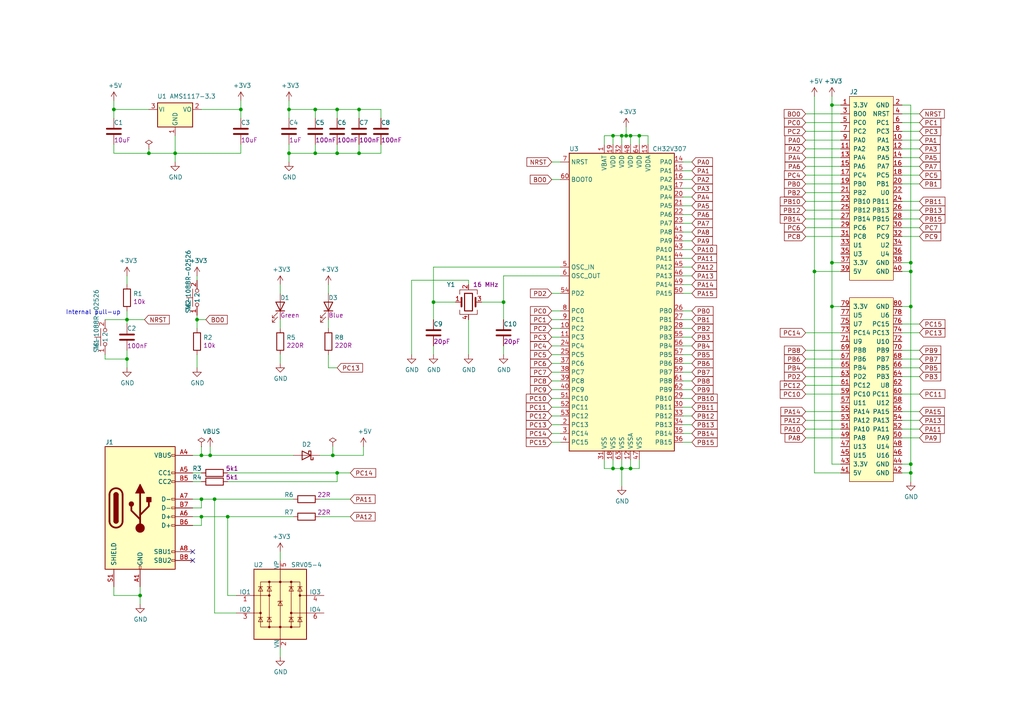
<source format=kicad_sch>
(kicad_sch (version 20211123) (generator eeschema)
  (paper "A4")
  (title_block (title "${TITLE}") (rev "${REVISION}") (company "${COMPANY}") (comment 1 "${AUTHOR}") (comment 2 "${AUTHOR_EMAIL}") (comment 3 "${URL}"))
  (junction (at 104.14 31.75))
  (junction (at 33.02 31.75))
  (junction (at 264.16 76.2))
  (junction (at 125.73 87.63))
  (junction (at 264.16 88.9))
  (junction (at 241.3 88.9))
  (junction (at 43.18 44.45))
  (junction (at 264.16 78.74))
  (junction (at 62.23 144.78))
  (junction (at 97.79 44.45))
  (junction (at 236.22 78.74))
  (junction (at 91.44 31.75))
  (junction (at 264.16 134.62))
  (junction (at 177.8 39.37))
  (junction (at 57.15 92.71))
  (junction (at 97.79 31.75))
  (junction (at 96.52 132.08))
  (junction (at 69.85 31.75))
  (junction (at 50.8 44.45))
  (junction (at 36.83 92.71))
  (junction (at 241.3 30.48))
  (junction (at 97.79 137.16))
  (junction (at 58.42 144.78))
  (junction (at 91.44 44.45))
  (junction (at 182.88 135.89))
  (junction (at 66.04 149.86))
  (junction (at 60.96 132.08))
  (junction (at 58.42 149.86))
  (junction (at 40.64 172.72))
  (junction (at 83.82 44.45))
  (junction (at 36.83 104.14))
  (junction (at 83.82 31.75))
  (junction (at 241.3 76.2))
  (junction (at 180.34 135.89))
  (junction (at 177.8 135.89))
  (junction (at 181.61 39.37))
  (junction (at 180.34 39.37))
  (junction (at 264.16 137.16))
  (junction (at 182.88 39.37))
  (junction (at 185.42 39.37))
  (junction (at 146.05 87.63))
  (junction (at 104.14 44.45))
  (junction (at 58.42 132.08))
  (no_connect (at 55.88 162.56))
  (no_connect (at 55.88 160.02))
  (wire (pts (xy 233.68 38.1) (xy 243.84 38.1)))
  (wire (pts (xy 198.12 92.71) (xy 200.66 92.71)))
  (wire (pts (xy 36.83 92.71) (xy 36.83 93.98)))
  (wire (pts (xy 181.61 39.37) (xy 182.88 39.37)))
  (wire (pts (xy 200.66 52.07) (xy 198.12 52.07)))
  (wire (pts (xy 83.82 41.91) (xy 83.82 44.45)))
  (wire (pts (xy 162.56 120.65) (xy 160.02 120.65)))
  (wire (pts (xy 261.62 40.64) (xy 266.7 40.64)))
  (wire (pts (xy 83.82 46.99) (xy 83.82 44.45)))
  (wire (pts (xy 261.62 78.74) (xy 264.16 78.74)))
  (wire (pts (xy 139.7 87.63) (xy 146.05 87.63)))
  (wire (pts (xy 33.02 170.18) (xy 33.02 172.72)))
  (wire (pts (xy 233.68 48.26) (xy 243.84 48.26)))
  (wire (pts (xy 198.12 64.77) (xy 200.66 64.77)))
  (wire (pts (xy 40.64 170.18) (xy 40.64 172.72)))
  (wire (pts (xy 185.42 133.35) (xy 185.42 135.89)))
  (wire (pts (xy 95.25 102.87) (xy 95.25 106.68)))
  (wire (pts (xy 266.7 124.46) (xy 261.62 124.46)))
  (wire (pts (xy 266.7 48.26) (xy 261.62 48.26)))
  (wire (pts (xy 96.52 129.54) (xy 96.52 132.08)))
  (wire (pts (xy 233.68 43.18) (xy 243.84 43.18)))
  (wire (pts (xy 236.22 78.74) (xy 243.84 78.74)))
  (wire (pts (xy 95.25 92.71) (xy 95.25 95.25)))
  (wire (pts (xy 36.83 106.68) (xy 36.83 104.14)))
  (wire (pts (xy 198.12 113.03) (xy 200.66 113.03)))
  (wire (pts (xy 185.42 135.89) (xy 182.88 135.89)))
  (wire (pts (xy 243.84 127) (xy 233.68 127)))
  (wire (pts (xy 233.68 111.76) (xy 243.84 111.76)))
  (wire (pts (xy 266.7 38.1) (xy 261.62 38.1)))
  (wire (pts (xy 160.02 123.19) (xy 162.56 123.19)))
  (wire (pts (xy 233.68 68.58) (xy 243.84 68.58)))
  (wire (pts (xy 135.89 92.71) (xy 135.89 102.87)))
  (wire (pts (xy 69.85 31.75) (xy 69.85 29.21)))
  (wire (pts (xy 200.66 90.17) (xy 198.12 90.17)))
  (wire (pts (xy 58.42 132.08) (xy 60.96 132.08)))
  (wire (pts (xy 261.62 63.5) (xy 266.7 63.5)))
  (wire (pts (xy 110.49 41.91) (xy 110.49 44.45)))
  (wire (pts (xy 58.42 149.86) (xy 66.04 149.86)))
  (wire (pts (xy 162.56 110.49) (xy 160.02 110.49)))
  (wire (pts (xy 160.02 113.03) (xy 162.56 113.03)))
  (wire (pts (xy 30.48 102.87) (xy 30.48 104.14)))
  (wire (pts (xy 43.18 44.45) (xy 50.8 44.45)))
  (wire (pts (xy 68.58 172.72) (xy 66.04 172.72)))
  (wire (pts (xy 180.34 39.37) (xy 181.61 39.37)))
  (wire (pts (xy 33.02 31.75) (xy 33.02 34.29)))
  (wire (pts (xy 233.68 40.64) (xy 243.84 40.64)))
  (wire (pts (xy 91.44 31.75) (xy 91.44 34.29)))
  (wire (pts (xy 180.34 133.35) (xy 180.34 135.89)))
  (wire (pts (xy 200.66 77.47) (xy 198.12 77.47)))
  (wire (pts (xy 160.02 118.11) (xy 162.56 118.11)))
  (wire (pts (xy 60.96 129.54) (xy 60.96 132.08)))
  (wire (pts (xy 236.22 27.94) (xy 236.22 78.74)))
  (wire (pts (xy 261.62 33.02) (xy 266.7 33.02)))
  (wire (pts (xy 198.12 54.61) (xy 200.66 54.61)))
  (wire (pts (xy 160.02 52.07) (xy 162.56 52.07)))
  (wire (pts (xy 66.04 137.16) (xy 97.79 137.16)))
  (wire (pts (xy 175.26 39.37) (xy 177.8 39.37)))
  (wire (pts (xy 125.73 100.33) (xy 125.73 102.87)))
  (wire (pts (xy 198.12 128.27) (xy 200.66 128.27)))
  (wire (pts (xy 198.12 123.19) (xy 200.66 123.19)))
  (wire (pts (xy 261.62 35.56) (xy 266.7 35.56)))
  (wire (pts (xy 97.79 44.45) (xy 91.44 44.45)))
  (wire (pts (xy 198.12 97.79) (xy 200.66 97.79)))
  (wire (pts (xy 233.68 35.56) (xy 243.84 35.56)))
  (wire (pts (xy 91.44 44.45) (xy 91.44 41.91)))
  (wire (pts (xy 266.7 106.68) (xy 261.62 106.68)))
  (wire (pts (xy 177.8 39.37) (xy 180.34 39.37)))
  (wire (pts (xy 266.7 121.92) (xy 261.62 121.92)))
  (wire (pts (xy 175.26 41.91) (xy 175.26 39.37)))
  (wire (pts (xy 50.8 39.37) (xy 50.8 44.45)))
  (wire (pts (xy 233.68 55.88) (xy 243.84 55.88)))
  (wire (pts (xy 104.14 31.75) (xy 97.79 31.75)))
  (wire (pts (xy 160.02 107.95) (xy 162.56 107.95)))
  (wire (pts (xy 236.22 137.16) (xy 243.84 137.16)))
  (wire (pts (xy 81.28 95.25) (xy 81.28 92.71)))
  (wire (pts (xy 243.84 104.14) (xy 233.68 104.14)))
  (wire (pts (xy 81.28 190.5) (xy 81.28 187.96)))
  (wire (pts (xy 243.84 76.2) (xy 241.3 76.2)))
  (wire (pts (xy 33.02 31.75) (xy 43.18 31.75)))
  (wire (pts (xy 241.3 76.2) (xy 241.3 88.9)))
  (wire (pts (xy 58.42 129.54) (xy 58.42 132.08)))
  (wire (pts (xy 57.15 92.71) (xy 57.15 95.25)))
  (wire (pts (xy 243.84 134.62) (xy 241.3 134.62)))
  (wire (pts (xy 33.02 172.72) (xy 40.64 172.72)))
  (wire (pts (xy 200.66 95.25) (xy 198.12 95.25)))
  (wire (pts (xy 162.56 105.41) (xy 160.02 105.41)))
  (wire (pts (xy 264.16 134.62) (xy 261.62 134.62)))
  (wire (pts (xy 83.82 44.45) (xy 91.44 44.45)))
  (wire (pts (xy 83.82 31.75) (xy 83.82 29.21)))
  (wire (pts (xy 261.62 45.72) (xy 266.7 45.72)))
  (wire (pts (xy 92.71 132.08) (xy 96.52 132.08)))
  (wire (pts (xy 58.42 139.7) (xy 55.88 139.7)))
  (wire (pts (xy 233.68 96.52) (xy 243.84 96.52)))
  (wire (pts (xy 110.49 44.45) (xy 104.14 44.45)))
  (wire (pts (xy 200.66 62.23) (xy 198.12 62.23)))
  (wire (pts (xy 261.62 58.42) (xy 266.7 58.42)))
  (wire (pts (xy 33.02 41.91) (xy 33.02 44.45)))
  (wire (pts (xy 66.04 172.72) (xy 66.04 149.86)))
  (wire (pts (xy 241.3 30.48) (xy 243.84 30.48)))
  (wire (pts (xy 162.56 115.57) (xy 160.02 115.57)))
  (wire (pts (xy 200.66 57.15) (xy 198.12 57.15)))
  (wire (pts (xy 261.62 104.14) (xy 266.7 104.14)))
  (wire (pts (xy 146.05 87.63) (xy 146.05 92.71)))
  (wire (pts (xy 55.88 132.08) (xy 58.42 132.08)))
  (wire (pts (xy 187.96 39.37) (xy 187.96 41.91)))
  (wire (pts (xy 233.68 124.46) (xy 243.84 124.46)))
  (wire (pts (xy 105.41 132.08) (xy 105.41 129.54)))
  (wire (pts (xy 182.88 41.91) (xy 182.88 39.37)))
  (wire (pts (xy 146.05 100.33) (xy 146.05 102.87)))
  (wire (pts (xy 200.66 125.73) (xy 198.12 125.73)))
  (wire (pts (xy 95.25 82.55) (xy 95.25 85.09)))
  (wire (pts (xy 175.26 133.35) (xy 175.26 135.89)))
  (wire (pts (xy 119.38 81.28) (xy 119.38 102.87)))
  (wire (pts (xy 57.15 102.87) (xy 57.15 106.68)))
  (wire (pts (xy 233.68 53.34) (xy 243.84 53.34)))
  (wire (pts (xy 104.14 44.45) (xy 97.79 44.45)))
  (wire (pts (xy 62.23 177.8) (xy 62.23 144.78)))
  (wire (pts (xy 180.34 135.89) (xy 180.34 140.97)))
  (wire (pts (xy 233.68 119.38) (xy 243.84 119.38)))
  (wire (pts (xy 264.16 137.16) (xy 261.62 137.16)))
  (wire (pts (xy 200.66 105.41) (xy 198.12 105.41)))
  (wire (pts (xy 233.68 63.5) (xy 243.84 63.5)))
  (wire (pts (xy 264.16 76.2) (xy 264.16 78.74)))
  (wire (pts (xy 264.16 139.7) (xy 264.16 137.16)))
  (wire (pts (xy 182.88 135.89) (xy 180.34 135.89)))
  (wire (pts (xy 198.12 102.87) (xy 200.66 102.87)))
  (wire (pts (xy 101.6 144.78) (xy 92.71 144.78)))
  (wire (pts (xy 125.73 87.63) (xy 125.73 92.71)))
  (wire (pts (xy 200.66 67.31) (xy 198.12 67.31)))
  (wire (pts (xy 266.7 101.6) (xy 261.62 101.6)))
  (wire (pts (xy 97.79 137.16) (xy 101.6 137.16)))
  (wire (pts (xy 261.62 93.98) (xy 266.7 93.98)))
  (wire (pts (xy 264.16 78.74) (xy 264.16 88.9)))
  (wire (pts (xy 266.7 53.34) (xy 261.62 53.34)))
  (wire (pts (xy 66.04 139.7) (xy 97.79 139.7)))
  (wire (pts (xy 241.3 134.62) (xy 241.3 88.9)))
  (wire (pts (xy 58.42 144.78) (xy 62.23 144.78)))
  (wire (pts (xy 50.8 46.99) (xy 50.8 44.45)))
  (wire (pts (xy 58.42 152.4) (xy 58.42 149.86)))
  (wire (pts (xy 177.8 135.89) (xy 180.34 135.89)))
  (wire (pts (xy 60.96 132.08) (xy 85.09 132.08)))
  (wire (pts (xy 83.82 31.75) (xy 83.82 34.29)))
  (wire (pts (xy 198.12 49.53) (xy 200.66 49.53)))
  (wire (pts (xy 261.62 50.8) (xy 266.7 50.8)))
  (wire (pts (xy 132.08 87.63) (xy 125.73 87.63)))
  (wire (pts (xy 264.16 137.16) (xy 264.16 134.62)))
  (wire (pts (xy 33.02 31.75) (xy 33.02 29.21)))
  (wire (pts (xy 233.68 50.8) (xy 243.84 50.8)))
  (wire (pts (xy 233.68 101.6) (xy 243.84 101.6)))
  (wire (pts (xy 104.14 31.75) (xy 104.14 34.29)))
  (wire (pts (xy 261.62 76.2) (xy 264.16 76.2)))
  (wire (pts (xy 97.79 34.29) (xy 97.79 31.75)))
  (wire (pts (xy 233.68 66.04) (xy 243.84 66.04)))
  (wire (pts (xy 101.6 149.86) (xy 92.71 149.86)))
  (wire (pts (xy 198.12 69.85) (xy 200.66 69.85)))
  (wire (pts (xy 185.42 39.37) (xy 187.96 39.37)))
  (wire (pts (xy 36.83 80.01) (xy 36.83 82.55)))
  (wire (pts (xy 160.02 46.99) (xy 162.56 46.99)))
  (wire (pts (xy 125.73 77.47) (xy 125.73 87.63)))
  (wire (pts (xy 182.88 133.35) (xy 182.88 135.89)))
  (wire (pts (xy 264.16 30.48) (xy 264.16 76.2)))
  (wire (pts (xy 175.26 135.89) (xy 177.8 135.89)))
  (wire (pts (xy 135.89 82.55) (xy 135.89 81.28)))
  (wire (pts (xy 266.7 96.52) (xy 261.62 96.52)))
  (wire (pts (xy 160.02 97.79) (xy 162.56 97.79)))
  (wire (pts (xy 58.42 147.32) (xy 58.42 144.78)))
  (wire (pts (xy 125.73 77.47) (xy 162.56 77.47)))
  (wire (pts (xy 43.18 43.18) (xy 43.18 44.45)))
  (wire (pts (xy 261.62 30.48) (xy 264.16 30.48)))
  (wire (pts (xy 200.66 100.33) (xy 198.12 100.33)))
  (wire (pts (xy 110.49 34.29) (xy 110.49 31.75)))
  (wire (pts (xy 200.66 115.57) (xy 198.12 115.57)))
  (wire (pts (xy 30.48 104.14) (xy 36.83 104.14)))
  (wire (pts (xy 200.66 110.49) (xy 198.12 110.49)))
  (wire (pts (xy 55.88 152.4) (xy 58.42 152.4)))
  (wire (pts (xy 146.05 80.01) (xy 162.56 80.01)))
  (wire (pts (xy 162.56 100.33) (xy 160.02 100.33)))
  (wire (pts (xy 198.12 80.01) (xy 200.66 80.01)))
  (wire (pts (xy 200.66 72.39) (xy 198.12 72.39)))
  (wire (pts (xy 200.66 120.65) (xy 198.12 120.65)))
  (wire (pts (xy 200.66 46.99) (xy 198.12 46.99)))
  (wire (pts (xy 69.85 41.91) (xy 69.85 44.45)))
  (wire (pts (xy 160.02 92.71) (xy 162.56 92.71)))
  (wire (pts (xy 198.12 74.93) (xy 200.66 74.93)))
  (wire (pts (xy 264.16 88.9) (xy 261.62 88.9)))
  (wire (pts (xy 266.7 60.96) (xy 261.62 60.96)))
  (wire (pts (xy 160.02 128.27) (xy 162.56 128.27)))
  (wire (pts (xy 198.12 118.11) (xy 200.66 118.11)))
  (wire (pts (xy 62.23 144.78) (xy 85.09 144.78)))
  (wire (pts (xy 233.68 58.42) (xy 243.84 58.42)))
  (wire (pts (xy 233.68 45.72) (xy 243.84 45.72)))
  (wire (pts (xy 241.3 30.48) (xy 241.3 76.2)))
  (wire (pts (xy 69.85 31.75) (xy 69.85 34.29)))
  (wire (pts (xy 266.7 114.3) (xy 261.62 114.3)))
  (wire (pts (xy 236.22 78.74) (xy 236.22 137.16)))
  (wire (pts (xy 58.42 31.75) (xy 69.85 31.75)))
  (wire (pts (xy 40.64 172.72) (xy 40.64 175.26)))
  (wire (pts (xy 177.8 133.35) (xy 177.8 135.89)))
  (wire (pts (xy 160.02 102.87) (xy 162.56 102.87)))
  (wire (pts (xy 36.83 90.17) (xy 36.83 92.71)))
  (wire (pts (xy 97.79 41.91) (xy 97.79 44.45)))
  (wire (pts (xy 243.84 121.92) (xy 233.68 121.92)))
  (wire (pts (xy 97.79 31.75) (xy 91.44 31.75)))
  (wire (pts (xy 55.88 137.16) (xy 58.42 137.16)))
  (wire (pts (xy 266.7 66.04) (xy 261.62 66.04)))
  (wire (pts (xy 198.12 85.09) (xy 200.66 85.09)))
  (wire (pts (xy 57.15 91.44) (xy 57.15 92.71)))
  (wire (pts (xy 185.42 41.91) (xy 185.42 39.37)))
  (wire (pts (xy 36.83 104.14) (xy 36.83 101.6)))
  (wire (pts (xy 261.62 68.58) (xy 266.7 68.58)))
  (wire (pts (xy 233.68 60.96) (xy 243.84 60.96)))
  (wire (pts (xy 162.56 125.73) (xy 160.02 125.73)))
  (wire (pts (xy 233.68 33.02) (xy 243.84 33.02)))
  (wire (pts (xy 261.62 127) (xy 266.7 127)))
  (wire (pts (xy 30.48 92.71) (xy 36.83 92.71)))
  (wire (pts (xy 162.56 90.17) (xy 160.02 90.17)))
  (wire (pts (xy 162.56 95.25) (xy 160.02 95.25)))
  (wire (pts (xy 83.82 31.75) (xy 91.44 31.75)))
  (wire (pts (xy 81.28 85.09) (xy 81.28 82.55)))
  (wire (pts (xy 81.28 105.41) (xy 81.28 102.87)))
  (wire (pts (xy 68.58 177.8) (xy 62.23 177.8)))
  (wire (pts (xy 243.84 109.22) (xy 233.68 109.22)))
  (wire (pts (xy 95.25 106.68) (xy 97.79 106.68)))
  (wire (pts (xy 135.89 81.28) (xy 119.38 81.28)))
  (wire (pts (xy 81.28 160.02) (xy 81.28 162.56)))
  (wire (pts (xy 96.52 132.08) (xy 105.41 132.08)))
  (wire (pts (xy 110.49 31.75) (xy 104.14 31.75)))
  (wire (pts (xy 264.16 88.9) (xy 264.16 134.62)))
  (wire (pts (xy 55.88 147.32) (xy 58.42 147.32)))
  (wire (pts (xy 57.15 80.01) (xy 57.15 81.28)))
  (wire (pts (xy 160.02 85.09) (xy 162.56 85.09)))
  (wire (pts (xy 181.61 36.83) (xy 181.61 39.37)))
  (wire (pts (xy 241.3 27.94) (xy 241.3 30.48)))
  (wire (pts (xy 177.8 41.91) (xy 177.8 39.37)))
  (wire (pts (xy 198.12 59.69) (xy 200.66 59.69)))
  (wire (pts (xy 66.04 149.86) (xy 85.09 149.86)))
  (wire (pts (xy 243.84 114.3) (xy 233.68 114.3)))
  (wire (pts (xy 266.7 109.22) (xy 261.62 109.22)))
  (wire (pts (xy 241.3 88.9) (xy 243.84 88.9)))
  (wire (pts (xy 33.02 44.45) (xy 43.18 44.45)))
  (wire (pts (xy 59.69 92.71) (xy 57.15 92.71)))
  (wire (pts (xy 55.88 144.78) (xy 58.42 144.78)))
  (wire (pts (xy 41.91 92.71) (xy 36.83 92.71)))
  (wire (pts (xy 198.12 107.95) (xy 200.66 107.95)))
  (wire (pts (xy 97.79 139.7) (xy 97.79 137.16)))
  (wire (pts (xy 266.7 119.38) (xy 261.62 119.38)))
  (wire (pts (xy 104.14 44.45) (xy 104.14 41.91)))
  (wire (pts (xy 146.05 80.01) (xy 146.05 87.63)))
  (wire (pts (xy 266.7 43.18) (xy 261.62 43.18)))
  (wire (pts (xy 50.8 44.45) (xy 69.85 44.45)))
  (wire (pts (xy 233.68 106.68) (xy 243.84 106.68)))
  (wire (pts (xy 200.66 82.55) (xy 198.12 82.55)))
  (wire (pts (xy 182.88 39.37) (xy 185.42 39.37)))
  (wire (pts (xy 180.34 41.91) (xy 180.34 39.37)))
  (wire (pts (xy 58.42 149.86) (xy 55.88 149.86)))
  (text "Internal pull-up" (at 19.05 91.44 0) (effects (font (size 1.27 1.27)) (justify left bottom)))
  (global_label "PA15" (shape input) (at 266.7 119.38 0) (property "Intersheet References" "${INTERSHEET_REFS}" (effects hide)))
  (global_label "NRST" (shape input) (at 41.91 92.71 0) (property "Intersheet References" "${INTERSHEET_REFS}" (effects hide)))
  (global_label "BO0" (shape input) (at 160.02 52.07 180) (property "Intersheet References" "${INTERSHEET_REFS}" (effects hide)))
  (global_label "PA10" (shape input) (at 200.66 72.39 0) (property "Intersheet References" "${INTERSHEET_REFS}" (effects hide)))
  (global_label "PC8" (shape input) (at 233.68 68.58 180) (property "Intersheet References" "${INTERSHEET_REFS}" (effects hide)))
  (global_label "PB11" (shape input) (at 200.66 118.11 0) (property "Intersheet References" "${INTERSHEET_REFS}" (effects hide)))
  (global_label "PA7" (shape input) (at 266.7 48.26 0) (property "Intersheet References" "${INTERSHEET_REFS}" (effects hide)))
  (global_label "PB14" (shape input) (at 200.66 125.73 0) (property "Intersheet References" "${INTERSHEET_REFS}" (effects hide)))
  (global_label "PB4" (shape input) (at 233.68 106.68 180) (property "Intersheet References" "${INTERSHEET_REFS}" (effects hide)))
  (global_label "PC6" (shape input) (at 160.02 105.41 180) (property "Intersheet References" "${INTERSHEET_REFS}" (effects hide)))
  (global_label "PB9" (shape input) (at 200.66 113.03 0) (property "Intersheet References" "${INTERSHEET_REFS}" (effects hide)))
  (global_label "PC13" (shape input) (at 160.02 123.19 180) (property "Intersheet References" "${INTERSHEET_REFS}" (effects hide)))
  (global_label "PA14" (shape input) (at 233.68 119.38 180) (property "Intersheet References" "${INTERSHEET_REFS}" (effects hide)))
  (global_label "PC8" (shape input) (at 160.02 110.49 180) (property "Intersheet References" "${INTERSHEET_REFS}" (effects hide)))
  (global_label "PA2" (shape input) (at 233.68 43.18 180) (property "Intersheet References" "${INTERSHEET_REFS}" (effects hide)))
  (global_label "PC1" (shape input) (at 266.7 35.56 0) (property "Intersheet References" "${INTERSHEET_REFS}" (effects hide)))
  (global_label "PC11" (shape input) (at 266.7 114.3 0) (property "Intersheet References" "${INTERSHEET_REFS}" (effects hide)))
  (global_label "PB3" (shape input) (at 200.66 97.79 0) (property "Intersheet References" "${INTERSHEET_REFS}" (effects hide)))
  (global_label "PB8" (shape input) (at 200.66 110.49 0) (property "Intersheet References" "${INTERSHEET_REFS}" (effects hide)))
  (global_label "PA8" (shape input) (at 233.68 127 180) (property "Intersheet References" "${INTERSHEET_REFS}" (effects hide)))
  (global_label "PC12" (shape input) (at 160.02 120.65 180) (property "Intersheet References" "${INTERSHEET_REFS}" (effects hide)))
  (global_label "PA13" (shape input) (at 266.7 121.92 0) (property "Intersheet References" "${INTERSHEET_REFS}" (effects hide)))
  (global_label "PB3" (shape input) (at 266.7 109.22 0) (property "Intersheet References" "${INTERSHEET_REFS}" (effects hide)))
  (global_label "PC15" (shape input) (at 160.02 128.27 180) (property "Intersheet References" "${INTERSHEET_REFS}" (effects hide)))
  (global_label "PC9" (shape input) (at 160.02 113.03 180) (property "Intersheet References" "${INTERSHEET_REFS}" (effects hide)))
  (global_label "PC14" (shape input) (at 233.68 96.52 180) (property "Intersheet References" "${INTERSHEET_REFS}" (effects hide)))
  (global_label "PB13" (shape input) (at 266.7 60.96 0) (property "Intersheet References" "${INTERSHEET_REFS}" (effects hide)))
  (global_label "PC14" (shape input) (at 101.6 137.16 0) (property "Intersheet References" "${INTERSHEET_REFS}" (effects hide)))
  (global_label "PB7" (shape input) (at 266.7 104.14 0) (property "Intersheet References" "${INTERSHEET_REFS}" (effects hide)))
  (global_label "PB10" (shape input) (at 233.68 58.42 180) (property "Intersheet References" "${INTERSHEET_REFS}" (effects hide)))
  (global_label "PA9" (shape input) (at 266.7 127 0) (property "Intersheet References" "${INTERSHEET_REFS}" (effects hide)))
  (global_label "PB5" (shape input) (at 200.66 102.87 0) (property "Intersheet References" "${INTERSHEET_REFS}" (effects hide)))
  (global_label "PA0" (shape input) (at 200.66 46.99 0) (property "Intersheet References" "${INTERSHEET_REFS}" (effects hide)))
  (global_label "PA7" (shape input) (at 200.66 64.77 0) (property "Intersheet References" "${INTERSHEET_REFS}" (effects hide)))
  (global_label "PA11" (shape input) (at 200.66 74.93 0) (property "Intersheet References" "${INTERSHEET_REFS}" (effects hide)))
  (global_label "PA3" (shape input) (at 200.66 54.61 0) (property "Intersheet References" "${INTERSHEET_REFS}" (effects hide)))
  (global_label "PA9" (shape input) (at 200.66 69.85 0) (property "Intersheet References" "${INTERSHEET_REFS}" (effects hide)))
  (global_label "PB2" (shape input) (at 200.66 95.25 0) (property "Intersheet References" "${INTERSHEET_REFS}" (effects hide)))
  (global_label "PA4" (shape input) (at 200.66 57.15 0) (property "Intersheet References" "${INTERSHEET_REFS}" (effects hide)))
  (global_label "PB9" (shape input) (at 266.7 101.6 0) (property "Intersheet References" "${INTERSHEET_REFS}" (effects hide)))
  (global_label "PC7" (shape input) (at 266.7 66.04 0) (property "Intersheet References" "${INTERSHEET_REFS}" (effects hide)))
  (global_label "PC5" (shape input) (at 160.02 102.87 180) (property "Intersheet References" "${INTERSHEET_REFS}" (effects hide)))
  (global_label "PA15" (shape input) (at 200.66 85.09 0) (property "Intersheet References" "${INTERSHEET_REFS}" (effects hide)))
  (global_label "PA0" (shape input) (at 233.68 40.64 180) (property "Intersheet References" "${INTERSHEET_REFS}" (effects hide)))
  (global_label "PC9" (shape input) (at 266.7 68.58 0) (property "Intersheet References" "${INTERSHEET_REFS}" (effects hide)))
  (global_label "PC15" (shape input) (at 266.7 93.98 0) (property "Intersheet References" "${INTERSHEET_REFS}" (effects hide)))
  (global_label "PA3" (shape input) (at 266.7 43.18 0) (property "Intersheet References" "${INTERSHEET_REFS}" (effects hide)))
  (global_label "PA13" (shape input) (at 200.66 80.01 0) (property "Intersheet References" "${INTERSHEET_REFS}" (effects hide)))
  (global_label "PB10" (shape input) (at 200.66 115.57 0) (property "Intersheet References" "${INTERSHEET_REFS}" (effects hide)))
  (global_label "PB1" (shape input) (at 200.66 92.71 0) (property "Intersheet References" "${INTERSHEET_REFS}" (effects hide)))
  (global_label "BO0" (shape input) (at 59.69 92.71 0) (property "Intersheet References" "${INTERSHEET_REFS}" (effects hide)))
  (global_label "PB0" (shape input) (at 200.66 90.17 0) (property "Intersheet References" "${INTERSHEET_REFS}" (effects hide)))
  (global_label "PD2" (shape input) (at 233.68 109.22 180) (property "Intersheet References" "${INTERSHEET_REFS}" (effects hide)))
  (global_label "NRST" (shape input) (at 266.7 33.02 0) (property "Intersheet References" "${INTERSHEET_REFS}" (effects hide)))
  (global_label "PB6" (shape input) (at 233.68 104.14 180) (property "Intersheet References" "${INTERSHEET_REFS}" (effects hide)))
  (global_label "NRST" (shape input) (at 160.02 46.99 180) (property "Intersheet References" "${INTERSHEET_REFS}" (effects hide)))
  (global_label "BO0" (shape input) (at 233.68 33.02 180) (property "Intersheet References" "${INTERSHEET_REFS}" (effects hide)))
  (global_label "PA8" (shape input) (at 200.66 67.31 0) (property "Intersheet References" "${INTERSHEET_REFS}" (effects hide)))
  (global_label "PB15" (shape input) (at 200.66 128.27 0) (property "Intersheet References" "${INTERSHEET_REFS}" (effects hide)))
  (global_label "PB0" (shape input) (at 233.68 53.34 180) (property "Intersheet References" "${INTERSHEET_REFS}" (effects hide)))
  (global_label "PC11" (shape input) (at 160.02 118.11 180) (property "Intersheet References" "${INTERSHEET_REFS}" (effects hide)))
  (global_label "PA14" (shape input) (at 200.66 82.55 0) (property "Intersheet References" "${INTERSHEET_REFS}" (effects hide)))
  (global_label "PB4" (shape input) (at 200.66 100.33 0) (property "Intersheet References" "${INTERSHEET_REFS}" (effects hide)))
  (global_label "PC2" (shape input) (at 233.68 38.1 180) (property "Intersheet References" "${INTERSHEET_REFS}" (effects hide)))
  (global_label "PB5" (shape input) (at 266.7 106.68 0) (property "Intersheet References" "${INTERSHEET_REFS}" (effects hide)))
  (global_label "PB11" (shape input) (at 266.7 58.42 0) (property "Intersheet References" "${INTERSHEET_REFS}" (effects hide)))
  (global_label "PC5" (shape input) (at 266.7 50.8 0) (property "Intersheet References" "${INTERSHEET_REFS}" (effects hide)))
  (global_label "PC12" (shape input) (at 233.68 111.76 180) (property "Intersheet References" "${INTERSHEET_REFS}" (effects hide)))
  (global_label "PA11" (shape input) (at 101.6 144.78 0) (property "Intersheet References" "${INTERSHEET_REFS}" (effects hide)))
  (global_label "PC10" (shape input) (at 233.68 114.3 180) (property "Intersheet References" "${INTERSHEET_REFS}" (effects hide)))
  (global_label "PB12" (shape input) (at 200.66 120.65 0) (property "Intersheet References" "${INTERSHEET_REFS}" (effects hide)))
  (global_label "PC0" (shape input) (at 233.68 35.56 180) (property "Intersheet References" "${INTERSHEET_REFS}" (effects hide)))
  (global_label "PC10" (shape input) (at 160.02 115.57 180) (property "Intersheet References" "${INTERSHEET_REFS}" (effects hide)))
  (global_label "PB12" (shape input) (at 233.68 60.96 180) (property "Intersheet References" "${INTERSHEET_REFS}" (effects hide)))
  (global_label "PB15" (shape input) (at 266.7 63.5 0) (property "Intersheet References" "${INTERSHEET_REFS}" (effects hide)))
  (global_label "PC6" (shape input) (at 233.68 66.04 180) (property "Intersheet References" "${INTERSHEET_REFS}" (effects hide)))
  (global_label "PB2" (shape input) (at 233.68 55.88 180) (property "Intersheet References" "${INTERSHEET_REFS}" (effects hide)))
  (global_label "PA4" (shape input) (at 233.68 45.72 180) (property "Intersheet References" "${INTERSHEET_REFS}" (effects hide)))
  (global_label "PC1" (shape input) (at 160.02 92.71 180) (property "Intersheet References" "${INTERSHEET_REFS}" (effects hide)))
  (global_label "PB13" (shape input) (at 200.66 123.19 0) (property "Intersheet References" "${INTERSHEET_REFS}" (effects hide)))
  (global_label "PB1" (shape input) (at 266.7 53.34 0) (property "Intersheet References" "${INTERSHEET_REFS}" (effects hide)))
  (global_label "PA5" (shape input) (at 200.66 59.69 0) (property "Intersheet References" "${INTERSHEET_REFS}" (effects hide)))
  (global_label "PA12" (shape input) (at 233.68 121.92 180) (property "Intersheet References" "${INTERSHEET_REFS}" (effects hide)))
  (global_label "PC14" (shape input) (at 160.02 125.73 180) (property "Intersheet References" "${INTERSHEET_REFS}" (effects hide)))
  (global_label "PA6" (shape input) (at 200.66 62.23 0) (property "Intersheet References" "${INTERSHEET_REFS}" (effects hide)))
  (global_label "PC3" (shape input) (at 160.02 97.79 180) (property "Intersheet References" "${INTERSHEET_REFS}" (effects hide)))
  (global_label "PC13" (shape input) (at 97.79 106.68 0) (property "Intersheet References" "${INTERSHEET_REFS}" (effects hide)))
  (global_label "PB8" (shape input) (at 233.68 101.6 180) (property "Intersheet References" "${INTERSHEET_REFS}" (effects hide)))
  (global_label "PA12" (shape input) (at 200.66 77.47 0) (property "Intersheet References" "${INTERSHEET_REFS}" (effects hide)))
  (global_label "PA1" (shape input) (at 266.7 40.64 0) (property "Intersheet References" "${INTERSHEET_REFS}" (effects hide)))
  (global_label "PA6" (shape input) (at 233.68 48.26 180) (property "Intersheet References" "${INTERSHEET_REFS}" (effects hide)))
  (global_label "PA1" (shape input) (at 200.66 49.53 0) (property "Intersheet References" "${INTERSHEET_REFS}" (effects hide)))
  (global_label "PC4" (shape input) (at 160.02 100.33 180) (property "Intersheet References" "${INTERSHEET_REFS}" (effects hide)))
  (global_label "PC2" (shape input) (at 160.02 95.25 180) (property "Intersheet References" "${INTERSHEET_REFS}" (effects hide)))
  (global_label "PC4" (shape input) (at 233.68 50.8 180) (property "Intersheet References" "${INTERSHEET_REFS}" (effects hide)))
  (global_label "PD2" (shape input) (at 160.02 85.09 180) (property "Intersheet References" "${INTERSHEET_REFS}" (effects hide)))
  (global_label "PA5" (shape input) (at 266.7 45.72 0) (property "Intersheet References" "${INTERSHEET_REFS}" (effects hide)))
  (global_label "PB7" (shape input) (at 200.66 107.95 0) (property "Intersheet References" "${INTERSHEET_REFS}" (effects hide)))
  (global_label "PA10" (shape input) (at 233.68 124.46 180) (property "Intersheet References" "${INTERSHEET_REFS}" (effects hide)))
  (global_label "PA2" (shape input) (at 200.66 52.07 0) (property "Intersheet References" "${INTERSHEET_REFS}" (effects hide)))
  (global_label "PB6" (shape input) (at 200.66 105.41 0) (property "Intersheet References" "${INTERSHEET_REFS}" (effects hide)))
  (global_label "PC13" (shape input) (at 266.7 96.52 0) (property "Intersheet References" "${INTERSHEET_REFS}" (effects hide)))
  (global_label "PC7" (shape input) (at 160.02 107.95 180) (property "Intersheet References" "${INTERSHEET_REFS}" (effects hide)))
  (global_label "PA12" (shape input) (at 101.6 149.86 0) (property "Intersheet References" "${INTERSHEET_REFS}" (effects hide)))
  (global_label "PC0" (shape input) (at 160.02 90.17 180) (property "Intersheet References" "${INTERSHEET_REFS}" (effects hide)))
  (global_label "PA11" (shape input) (at 266.7 124.46 0) (property "Intersheet References" "${INTERSHEET_REFS}" (effects hide)))
  (global_label "PC3" (shape input) (at 266.7 38.1 0) (property "Intersheet References" "${INTERSHEET_REFS}" (effects hide)))
  (global_label "PB14" (shape input) (at 233.68 63.5 180) (property "Intersheet References" "${INTERSHEET_REFS}" (effects hide)))
  (symbol (lib_id "power:GND") (at 119.38 102.87 0) (unit 1)
    (property "Reference" "#PWR018" (effects hide))
    (property "Value" "GND" (at 119.507 107.2642 0))
  )
  (symbol (lib_id "power:GND") (at 81.28 105.41 0) (unit 1)
    (property "Reference" "#PWR011" (effects hide))
    (property "Value" "GND" (at 81.407 109.8042 0))
  )
  (symbol (lib_id "stm32world:C_1UF_0603") (at 83.82 38.1 0) (unit 1)
    (property "Reference" "C4" (at 83.82 35.56 0) (effects (justify left)))
    (property "Value" "C_1UF_0603" (effects hide))
    (property "Footprint" "Capacitor_SMD:C_0603_1608Metric" (effects hide))
    (property "Display" "1uF" (at 83.82 40.64 0) (effects (justify left)))
    (property "LCSC" "C15849" (effects hide))
  )
  (symbol (lib_id "power:+3.3V") (at 181.61 36.83 0) (unit 1)
    (property "Reference" "#PWR023" (effects hide))
    (property "Value" "+3.3V" (at 181.991 32.4358 0))
  )
  (symbol (lib_id "power:+3.3V") (at 81.28 82.55 0) (unit 1)
    (property "Reference" "#PWR010" (effects hide))
    (property "Value" "+3.3V" (at 81.661 78.1558 0))
  )
  (symbol (lib_id "stm32world:AMS1117-3.3") (at 50.8 31.75 0) (unit 1)
    (property "Reference" "U1" (at 46.99 27.94 0))
    (property "Value" "AMS1117-3.3" (at 55.88 27.94 0))
    (property "Footprint" "Package_TO_SOT_SMD:SOT-223-3_TabPin2" (effects hide))
    (property "Datasheet" "https://datasheet.lcsc.com/lcsc/1811142212_Advanced-Monolithic-Systems-AMS1117-3-3_C6186.pdf" (effects hide))
    (property "LCSC" "C6186" (effects hide))
  )
  (symbol (lib_id "stm32world:C_20PF_0603") (at 146.05 96.52 0) (unit 1)
    (property "Reference" "C10" (at 146.05 93.98 0) (effects (justify left)))
    (property "Value" "C_20PF_0603" (effects hide))
    (property "Footprint" "Capacitor_SMD:C_0603_1608Metric" (effects hide))
    (property "Display" "20pF" (at 146.05 99.06 0) (effects (justify left)))
    (property "LCSC" "C1648" (effects hide))
  )
  (symbol (lib_id "stm32world:LED_BLUE_0603") (at 95.25 88.9 270) (mirror x) (unit 1)
    (property "Reference" "D3" (at 95.25 86.36 90) (effects (justify left)))
    (property "Value" "LED_BLUE_0603" (effects hide))
    (property "Footprint" "LED_SMD:LED_0603_1608Metric" (effects hide))
    (property "Display" "Blue" (at 95.25 91.44 90) (effects (justify left)))
    (property "LCSC" "C72041" (effects hide))
  )
  (symbol (lib_id "power:GND") (at 81.28 190.5 0) (unit 1)
    (property "Reference" "#PWR013" (effects hide))
    (property "Value" "GND" (at 81.407 194.8942 0))
  )
  (symbol (lib_id "power:GND") (at 57.15 106.68 0) (unit 1)
    (property "Reference" "#PWR07" (effects hide))
    (property "Value" "GND" (at 57.277 111.0742 0))
  )
  (symbol (lib_id "stm32world:C_100NF_0603") (at 36.83 97.79 0) (unit 1)
    (property "Reference" "C2" (at 36.83 95.25 0) (effects (justify left)))
    (property "Value" "C_100NF_0603" (effects hide))
    (property "Footprint" "Capacitor_SMD:C_0603_1608Metric" (effects hide))
    (property "Display" "100nF" (at 36.83 100.33 0) (effects (justify left)))
    (property "LCSC" "C14663" (effects hide))
  )
  (symbol (lib_id "power:GND") (at 83.82 46.99 0) (unit 1)
    (property "Reference" "#PWR015" (effects hide))
    (property "Value" "GND" (at 83.947 51.3842 0))
  )
  (symbol (lib_id "stm32world:R_5.1K_0603") (at 62.23 137.16 270) (unit 1)
    (property "Reference" "R3" (at 57.15 135.89 90))
    (property "Value" "R_5.1K_0603" (effects hide))
    (property "Footprint" "Resistor_SMD:R_0603_1608Metric" (effects hide))
    (property "Display" "5k1" (at 67.31 135.89 90))
    (property "LCSC" "C23186" (effects hide))
  )
  (symbol (lib_id "power:PWR_FLAG") (at 96.52 129.54 0) (unit 1)
    (property "Reference" "#FLG03" (effects hide))
    (property "Value" "PWR_FLAG" (effects hide))
  )
  (symbol (lib_id "Device:D_Schottky") (at 88.9 132.08 180) (unit 1)
    (property "Reference" "D2" (at 88.9 128.905 0))
    (property "Value" "D_Schottky" (effects hide))
    (property "Footprint" "Diode_SMD:D_SOD-123" (effects hide))
    (property "LCSC" "C8598" (effects hide))
  )
  (symbol (lib_id "stm32world:C_100NF_0603") (at 104.14 38.1 0) (unit 1)
    (property "Reference" "C7" (at 104.14 35.56 0) (effects (justify left)))
    (property "Value" "C_100NF_0603" (effects hide))
    (property "Footprint" "Capacitor_SMD:C_0603_1608Metric" (effects hide))
    (property "Display" "100nF" (at 104.14 40.64 0) (effects (justify left)))
    (property "LCSC" "C14663" (effects hide))
  )
  (symbol (lib_id "power:+3.3V") (at 81.28 160.02 0) (unit 1)
    (property "Reference" "#PWR012" (effects hide))
    (property "Value" "+3.3V" (at 81.661 155.6258 0))
  )
  (symbol (lib_id "power:GND") (at 50.8 46.99 0) (unit 1)
    (property "Reference" "#PWR05" (effects hide))
    (property "Value" "GND" (at 50.927 51.3842 0))
  )
  (symbol (lib_id "stm32world:X_16MHZ") (at 135.89 87.63 0) (unit 1)
    (property "Reference" "Y1" (at 129.54 82.55 0) (effects (justify left)))
    (property "Value" "X_16MHZ" (effects hide))
    (property "Footprint" "Crystal:Crystal_SMD_3225-4Pin_3.2x2.5mm" (effects hide))
    (property "Datasheet" "https://datasheet.lcsc.com/szlcsc/Yangxing-Tech-X322516MLB4SI_C13738.pdf" (effects hide))
    (property "LCSC" "C13738" (effects hide))
    (property "Display" "16 MHz" (at 137.16 82.55 0) (effects (justify left)))
  )
  (symbol (lib_id "power:+3.3V") (at 69.85 29.21 0) (unit 1)
    (property "Reference" "#PWR09" (effects hide))
    (property "Value" "+3.3V" (at 70.231 24.8158 0))
  )
  (symbol (lib_id "power:+3.3V") (at 241.3 27.94 0) (unit 1)
    (property "Reference" "#PWR025" (effects hide))
    (property "Value" "+3.3V" (at 241.681 23.5458 0))
  )
  (symbol (lib_id "power:+5V") (at 33.02 29.21 0) (unit 1)
    (property "Reference" "#PWR01" (effects hide))
    (property "Value" "+5V" (at 33.401 24.8158 0))
  )
  (symbol (lib_id "stm32world:TS-1088R-02526") (at 30.48 97.79 90) (unit 1)
    (property "Reference" "SW1" (at 27.94 100.33 0))
    (property "Value" "TS-1088R-02526" (at 27.94 92.71 0))
    (property "Footprint" "stm32world:TS-1088R-02526" (effects hide))
    (property "Datasheet" "https://datasheet.lcsc.com/szlcsc/1912111437_XUNPU-TS-1088R-02526_C455281.pdf" (effects hide))
    (property "LCSC" "C455281" (effects hide))
  )
  (symbol (lib_id "power:GND") (at 36.83 106.68 0) (unit 1)
    (property "Reference" "#PWR03" (effects hide))
    (property "Value" "GND" (at 36.957 111.0742 0))
  )
  (symbol (lib_id "stm32world:R_5.1K_0603") (at 62.23 139.7 270) (unit 1)
    (property "Reference" "R4" (at 57.15 138.43 90))
    (property "Value" "R_5.1K_0603" (effects hide))
    (property "Footprint" "Resistor_SMD:R_0603_1608Metric" (effects hide))
    (property "Display" "5k1" (at 67.31 138.43 90))
    (property "LCSC" "C23186" (effects hide))
  )
  (symbol (lib_id "stm32world:C_100NF_0603") (at 97.79 38.1 0) (unit 1)
    (property "Reference" "C6" (at 97.79 35.56 0) (effects (justify left)))
    (property "Value" "C_100NF_0603" (effects hide))
    (property "Footprint" "Capacitor_SMD:C_0603_1608Metric" (effects hide))
    (property "Display" "100nF" (at 97.79 40.64 0) (effects (justify left)))
    (property "LCSC" "C14663" (effects hide))
  )
  (symbol (lib_id "stm32world:R_22_0603") (at 88.9 149.86 270) (unit 1)
    (property "Reference" "R7" (at 83.82 148.59 90))
    (property "Value" "R_22_0603" (effects hide))
    (property "Footprint" "Resistor_SMD:R_0603_1608Metric" (effects hide))
    (property "Display" "22R" (at 93.98 148.59 90))
    (property "LCSC" "C23345" (effects hide))
  )
  (symbol (lib_id "stm32world:C_10UF_0805") (at 69.85 38.1 0) (unit 1)
    (property "Reference" "C3" (at 69.85 35.56 0) (effects (justify left)))
    (property "Value" "C_10UF_0805" (effects hide))
    (property "Footprint" "Capacitor_SMD:C_0805_2012Metric" (effects hide))
    (property "Display" "10uF" (at 69.85 40.64 0) (effects (justify left)))
    (property "LCSC" "C15850" (effects hide))
  )
  (symbol (lib_id "stm32world:C_100NF_0603") (at 110.49 38.1 0) (unit 1)
    (property "Reference" "C8" (at 110.49 35.56 0) (effects (justify left)))
    (property "Value" "C_100NF_0603" (effects hide))
    (property "Footprint" "Capacitor_SMD:C_0603_1608Metric" (effects hide))
    (property "Display" "100nF" (at 110.49 40.64 0) (effects (justify left)))
    (property "LCSC" "C14663" (effects hide))
  )
  (symbol (lib_id "stm32world:R_220_0603") (at 81.28 99.06 0) (unit 1)
    (property "Reference" "R5" (at 83.058 97.8916 0) (effects (justify left)))
    (property "Value" "R_220_0603" (effects hide))
    (property "Footprint" "Resistor_SMD:R_0603_1608Metric" (effects hide))
    (property "Display" "220R" (at 83.058 100.203 0) (effects (justify left)))
    (property "LCSC" "C22962" (effects hide))
  )
  (symbol (lib_id "power:+3.3V") (at 95.25 82.55 0) (unit 1)
    (property "Reference" "#PWR016" (effects hide))
    (property "Value" "+3.3V" (at 95.631 78.1558 0))
  )
  (symbol (lib_id "power:GND") (at 264.16 139.7 0) (unit 1)
    (property "Reference" "#PWR026" (effects hide))
    (property "Value" "GND" (at 264.287 144.0942 0))
  )
  (symbol (lib_id "power:GND") (at 125.73 102.87 0) (unit 1)
    (property "Reference" "#PWR019" (effects hide))
    (property "Value" "GND" (at 125.857 107.2642 0))
  )
  (symbol (lib_id "power:GND") (at 40.64 175.26 0) (unit 1)
    (property "Reference" "#PWR04" (effects hide))
    (property "Value" "GND" (at 40.767 179.6542 0))
  )
  (symbol (lib_id "stm32world:CH32V307") (at 180.34 87.63 0) (unit 1)
    (property "Reference" "U3" (at 165.1 43.18 0) (effects (justify left)))
    (property "Value" "CH32V307" (at 189.23 43.18 0) (effects (justify left)))
    (property "Footprint" "Package_QFP:LQFP-64_10x10mm_P0.5mm" (effects hide))
    (property "Datasheet" "https://ipfs.io/ipfs/QmUu3BmKAuAH8z5S1dKns7gamu3eQ1LqH4wS9mp8udep23/CH32V20x_30xDS0.PDF" (effects hide))
    (property "LCSC" "C2988083" (effects hide))
  )
  (symbol (lib_id "power:+5V") (at 236.22 27.94 0) (unit 1)
    (property "Reference" "#PWR024" (effects hide))
    (property "Value" "+5V" (at 236.601 23.5458 0))
  )
  (symbol (lib_id "power:GND") (at 146.05 102.87 0) (unit 1)
    (property "Reference" "#PWR021" (effects hide))
    (property "Value" "GND" (at 146.177 107.2642 0))
  )
  (symbol (lib_id "stm32world:SRV05-4") (at 81.28 175.26 0) (unit 1)
    (property "Reference" "U2" (at 74.93 163.83 0))
    (property "Value" "SRV05-4" (at 88.9 163.83 0))
    (property "Footprint" "Package_TO_SOT_SMD:SOT-23-6" (effects hide))
    (property "Datasheet" "http://www.onsemi.com/pub/Collateral/SRV05-4-D.PDF" (effects hide))
    (property "LCSC" "C85364" (effects hide))
  )
  (symbol (lib_id "stm32world:R_10K_0603") (at 57.15 99.06 0) (unit 1)
    (property "Reference" "R2" (at 58.928 97.8916 0) (effects (justify left)))
    (property "Value" "R_10K_0603" (effects hide))
    (property "Footprint" "Resistor_SMD:R_0603_1608Metric" (effects hide))
    (property "Display" "10k" (at 58.928 100.203 0) (effects (justify left)))
    (property "LCSC" "C25804" (effects hide))
  )
  (symbol (lib_id "power:+5V") (at 105.41 129.54 0) (unit 1)
    (property "Reference" "#PWR017" (effects hide))
    (property "Value" "+5V" (at 105.791 125.1458 0))
  )
  (symbol (lib_id "stm32world:STM32WORLD_BASE") (at 252.73 83.82 0) (unit 1)
    (property "Reference" "J2" (at 247.65 26.67 0))
    (property "Value" "STM32WORLD_BASE" (effects hide))
    (property "Footprint" "stm32world:STM32WORLD_BASE" (effects hide))
  )
  (symbol (lib_id "stm32world:R_10K_0603") (at 36.83 86.36 0) (unit 1)
    (property "Reference" "R1" (at 38.608 85.1916 0) (effects (justify left)))
    (property "Value" "R_10K_0603" (effects hide))
    (property "Footprint" "Resistor_SMD:R_0603_1608Metric" (effects hide))
    (property "Display" "10k" (at 38.608 87.503 0) (effects (justify left)))
    (property "LCSC" "C25804" (effects hide))
  )
  (symbol (lib_id "stm32world:C_10UF_0805") (at 33.02 38.1 0) (unit 1)
    (property "Reference" "C1" (at 33.02 35.56 0) (effects (justify left)))
    (property "Value" "C_10UF_0805" (effects hide))
    (property "Footprint" "Capacitor_SMD:C_0805_2012Metric" (effects hide))
    (property "Display" "10uF" (at 33.02 40.64 0) (effects (justify left)))
    (property "LCSC" "C15850" (effects hide))
  )
  (symbol (lib_id "power:VBUS") (at 60.96 129.54 0) (unit 1)
    (property "Reference" "#PWR08" (effects hide))
    (property "Value" "VBUS" (at 61.341 125.1458 0))
  )
  (symbol (lib_id "power:PWR_FLAG") (at 58.42 129.54 0) (unit 1)
    (property "Reference" "#FLG02" (effects hide))
    (property "Value" "PWR_FLAG" (effects hide))
  )
  (symbol (lib_id "power:+3.3V") (at 83.82 29.21 0) (unit 1)
    (property "Reference" "#PWR014" (effects hide))
    (property "Value" "+3.3V" (at 84.201 24.8158 0))
  )
  (symbol (lib_id "stm32world:TS-1088R-02526") (at 57.15 86.36 90) (unit 1)
    (property "Reference" "SW2" (at 54.61 88.9 0))
    (property "Value" "TS-1088R-02526" (at 54.61 81.28 0))
    (property "Footprint" "stm32world:TS-1088R-02526" (effects hide))
    (property "Datasheet" "https://datasheet.lcsc.com/szlcsc/1912111437_XUNPU-TS-1088R-02526_C455281.pdf" (effects hide))
    (property "LCSC" "C455281" (effects hide))
  )
  (symbol (lib_id "stm32world:R_220_0603") (at 95.25 99.06 0) (unit 1)
    (property "Reference" "R8" (at 97.028 97.8916 0) (effects (justify left)))
    (property "Value" "R_220_0603" (effects hide))
    (property "Footprint" "Resistor_SMD:R_0603_1608Metric" (effects hide))
    (property "Display" "220R" (at 97.028 100.203 0) (effects (justify left)))
    (property "LCSC" "C22962" (effects hide))
  )
  (symbol (lib_id "stm32world:R_22_0603") (at 88.9 144.78 270) (unit 1)
    (property "Reference" "R6" (at 83.82 143.51 90))
    (property "Value" "R_22_0603" (effects hide))
    (property "Footprint" "Resistor_SMD:R_0603_1608Metric" (effects hide))
    (property "Display" "22R" (at 93.98 143.51 90))
    (property "LCSC" "C23345" (effects hide))
  )
  (symbol (lib_id "power:GND") (at 180.34 140.97 0) (unit 1)
    (property "Reference" "#PWR022" (effects hide))
    (property "Value" "GND" (at 180.467 145.3642 0))
  )
  (symbol (lib_id "stm32world:C_20PF_0603") (at 125.73 96.52 0) (unit 1)
    (property "Reference" "C9" (at 125.73 93.98 0) (effects (justify left)))
    (property "Value" "C_20PF_0603" (effects hide))
    (property "Footprint" "Capacitor_SMD:C_0603_1608Metric" (effects hide))
    (property "Display" "20pF" (at 125.73 99.06 0) (effects (justify left)))
    (property "LCSC" "C1648" (effects hide))
  )
  (symbol (lib_id "stm32world:USB_C_Receptacle_USB2.0") (at 40.64 147.32 0) (unit 1)
    (property "Reference" "J1" (at 31.75 128.27 0))
    (property "Value" "USB_C_Receptacle_USB2.0" (effects hide))
    (property "Footprint" "stm32world:USB_C_Receptacle_HRO_TYPE-C-31-M-12" (effects hide))
    (property "Datasheet" "1811131825_Korean-Hroparts-Elec-TYPE-C-31-M-12_C165948.pdf" (effects hide))
    (property "LCSC" "C165948" (effects hide))
  )
  (symbol (lib_id "power:PWR_FLAG") (at 43.18 43.18 0) (unit 1)
    (property "Reference" "#FLG01" (effects hide))
    (property "Value" "PWR_FLAG" (effects hide))
  )
  (symbol (lib_id "stm32world:C_100NF_0603") (at 91.44 38.1 0) (unit 1)
    (property "Reference" "C5" (at 91.44 35.56 0) (effects (justify left)))
    (property "Value" "C_100NF_0603" (effects hide))
    (property "Footprint" "Capacitor_SMD:C_0603_1608Metric" (effects hide))
    (property "Display" "100nF" (at 91.44 40.64 0) (effects (justify left)))
    (property "LCSC" "C14663" (effects hide))
  )
  (symbol (lib_id "power:+3.3V") (at 57.15 80.01 0) (unit 1)
    (property "Reference" "#PWR06" (effects hide))
    (property "Value" "+3.3V" (at 57.531 75.6158 0))
  )
  (symbol (lib_id "power:+3.3V") (at 36.83 80.01 0) (unit 1)
    (property "Reference" "#PWR02" (effects hide))
    (property "Value" "+3.3V" (at 37.211 75.6158 0))
  )
  (symbol (lib_id "stm32world:LED_GREEN_0603") (at 81.28 88.9 270) (mirror x) (unit 1)
    (property "Reference" "D1" (at 81.28 86.36 90) (effects (justify left)))
    (property "Value" "LED_GREEN_0603" (effects hide))
    (property "Footprint" "LED_SMD:LED_0603_1608Metric" (effects hide))
    (property "Display" "Green" (at 81.28 91.44 90) (effects (justify left)))
    (property "LCSC" "C72043" (effects hide))
  )
  (symbol (lib_id "power:GND") (at 135.89 102.87 0) (unit 1)
    (property "Reference" "#PWR020" (effects hide))
    (property "Value" "GND" (at 136.017 107.2642 0))
  )
)
</source>
